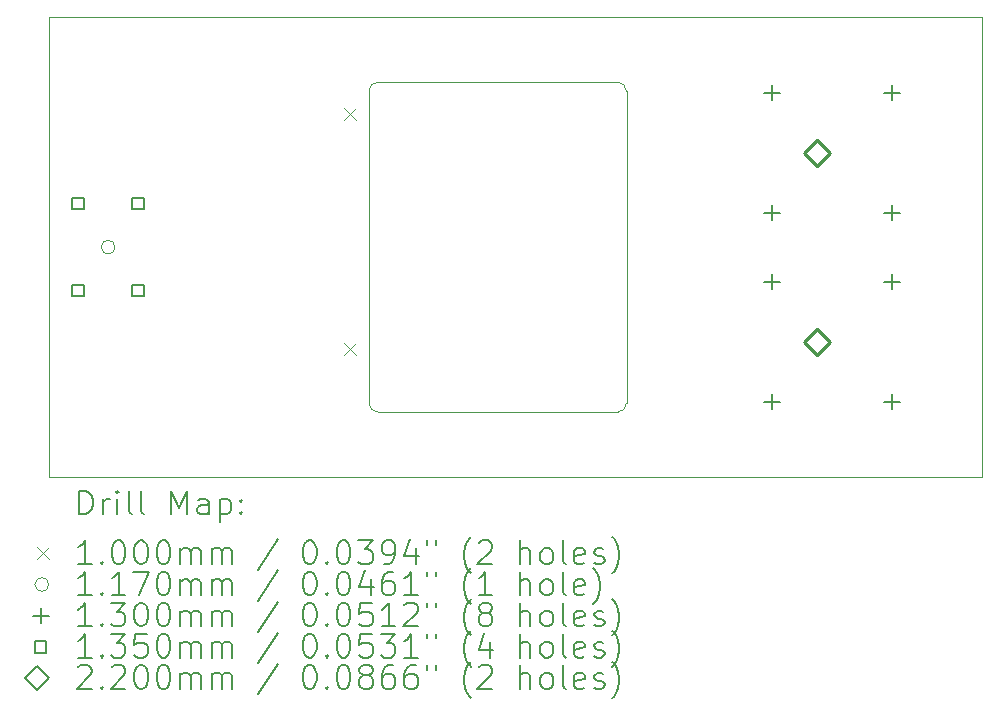
<source format=gbr>
%TF.GenerationSoftware,KiCad,Pcbnew,(6.0.9-0)*%
%TF.CreationDate,2023-06-22T13:59:56-04:00*%
%TF.ProjectId,plucker_v03,706c7563-6b65-4725-9f76-30332e6b6963,rev?*%
%TF.SameCoordinates,Original*%
%TF.FileFunction,Drillmap*%
%TF.FilePolarity,Positive*%
%FSLAX45Y45*%
G04 Gerber Fmt 4.5, Leading zero omitted, Abs format (unit mm)*
G04 Created by KiCad (PCBNEW (6.0.9-0)) date 2023-06-22 13:59:56*
%MOMM*%
%LPD*%
G01*
G04 APERTURE LIST*
%ADD10C,0.050000*%
%ADD11C,0.200000*%
%ADD12C,0.100000*%
%ADD13C,0.117000*%
%ADD14C,0.130000*%
%ADD15C,0.135000*%
%ADD16C,0.220000*%
G04 APERTURE END LIST*
D10*
X13363481Y-11887200D02*
X15392400Y-11887200D01*
X13287281Y-9169400D02*
X13287281Y-11811000D01*
X15392400Y-9093200D02*
X13363481Y-9093200D01*
X15468600Y-11811000D02*
X15468600Y-9169400D01*
X15392400Y-11887200D02*
G75*
G03*
X15468600Y-11811000I0J76200D01*
G01*
X13287281Y-11811000D02*
G75*
G03*
X13363481Y-11887200I76200J0D01*
G01*
X13363481Y-9093200D02*
G75*
G03*
X13287281Y-9169400I0J-76200D01*
G01*
X15468600Y-9169400D02*
G75*
G03*
X15392400Y-9093200I-76200J0D01*
G01*
X10579600Y-12440200D02*
X18479600Y-12440200D01*
X10579600Y-8540200D02*
X10579600Y-12440200D01*
X10579600Y-8540200D02*
X18479600Y-8540200D01*
X18479600Y-8540200D02*
X18479600Y-12440200D01*
D11*
D12*
X13079600Y-9315200D02*
X13179600Y-9415200D01*
X13179600Y-9315200D02*
X13079600Y-9415200D01*
X13079600Y-11303800D02*
X13179600Y-11403800D01*
X13179600Y-11303800D02*
X13079600Y-11403800D01*
D13*
X11138100Y-10490200D02*
G75*
G03*
X11138100Y-10490200I-58500J0D01*
G01*
D14*
X16699600Y-9117200D02*
X16699600Y-9247200D01*
X16634600Y-9182200D02*
X16764600Y-9182200D01*
X16699600Y-10133200D02*
X16699600Y-10263200D01*
X16634600Y-10198200D02*
X16764600Y-10198200D01*
X16699600Y-10717200D02*
X16699600Y-10847200D01*
X16634600Y-10782200D02*
X16764600Y-10782200D01*
X16699600Y-11733200D02*
X16699600Y-11863200D01*
X16634600Y-11798200D02*
X16764600Y-11798200D01*
X17715600Y-9117200D02*
X17715600Y-9247200D01*
X17650600Y-9182200D02*
X17780600Y-9182200D01*
X17715600Y-10133200D02*
X17715600Y-10263200D01*
X17650600Y-10198200D02*
X17780600Y-10198200D01*
X17715600Y-10717200D02*
X17715600Y-10847200D01*
X17650600Y-10782200D02*
X17780600Y-10782200D01*
X17715600Y-11733200D02*
X17715600Y-11863200D01*
X17650600Y-11798200D02*
X17780600Y-11798200D01*
D15*
X10873330Y-10167930D02*
X10873330Y-10072470D01*
X10777870Y-10072470D01*
X10777870Y-10167930D01*
X10873330Y-10167930D01*
X10873330Y-10907930D02*
X10873330Y-10812470D01*
X10777870Y-10812470D01*
X10777870Y-10907930D01*
X10873330Y-10907930D01*
X11381330Y-10167930D02*
X11381330Y-10072470D01*
X11285870Y-10072470D01*
X11285870Y-10167930D01*
X11381330Y-10167930D01*
X11381330Y-10907930D02*
X11381330Y-10812470D01*
X11285870Y-10812470D01*
X11285870Y-10907930D01*
X11381330Y-10907930D01*
D16*
X17079600Y-9800200D02*
X17189600Y-9690200D01*
X17079600Y-9580200D01*
X16969600Y-9690200D01*
X17079600Y-9800200D01*
X17079600Y-11400200D02*
X17189600Y-11290200D01*
X17079600Y-11180200D01*
X16969600Y-11290200D01*
X17079600Y-11400200D01*
D11*
X10834719Y-12753176D02*
X10834719Y-12553176D01*
X10882338Y-12553176D01*
X10910910Y-12562700D01*
X10929957Y-12581748D01*
X10939481Y-12600795D01*
X10949005Y-12638890D01*
X10949005Y-12667462D01*
X10939481Y-12705557D01*
X10929957Y-12724605D01*
X10910910Y-12743652D01*
X10882338Y-12753176D01*
X10834719Y-12753176D01*
X11034719Y-12753176D02*
X11034719Y-12619843D01*
X11034719Y-12657938D02*
X11044243Y-12638890D01*
X11053767Y-12629367D01*
X11072814Y-12619843D01*
X11091862Y-12619843D01*
X11158529Y-12753176D02*
X11158529Y-12619843D01*
X11158529Y-12553176D02*
X11149005Y-12562700D01*
X11158529Y-12572224D01*
X11168052Y-12562700D01*
X11158529Y-12553176D01*
X11158529Y-12572224D01*
X11282338Y-12753176D02*
X11263290Y-12743652D01*
X11253767Y-12724605D01*
X11253767Y-12553176D01*
X11387100Y-12753176D02*
X11368052Y-12743652D01*
X11358528Y-12724605D01*
X11358528Y-12553176D01*
X11615671Y-12753176D02*
X11615671Y-12553176D01*
X11682338Y-12696033D01*
X11749005Y-12553176D01*
X11749005Y-12753176D01*
X11929957Y-12753176D02*
X11929957Y-12648414D01*
X11920433Y-12629367D01*
X11901386Y-12619843D01*
X11863290Y-12619843D01*
X11844243Y-12629367D01*
X11929957Y-12743652D02*
X11910909Y-12753176D01*
X11863290Y-12753176D01*
X11844243Y-12743652D01*
X11834719Y-12724605D01*
X11834719Y-12705557D01*
X11844243Y-12686509D01*
X11863290Y-12676986D01*
X11910909Y-12676986D01*
X11929957Y-12667462D01*
X12025195Y-12619843D02*
X12025195Y-12819843D01*
X12025195Y-12629367D02*
X12044243Y-12619843D01*
X12082338Y-12619843D01*
X12101386Y-12629367D01*
X12110909Y-12638890D01*
X12120433Y-12657938D01*
X12120433Y-12715081D01*
X12110909Y-12734128D01*
X12101386Y-12743652D01*
X12082338Y-12753176D01*
X12044243Y-12753176D01*
X12025195Y-12743652D01*
X12206148Y-12734128D02*
X12215671Y-12743652D01*
X12206148Y-12753176D01*
X12196624Y-12743652D01*
X12206148Y-12734128D01*
X12206148Y-12753176D01*
X12206148Y-12629367D02*
X12215671Y-12638890D01*
X12206148Y-12648414D01*
X12196624Y-12638890D01*
X12206148Y-12629367D01*
X12206148Y-12648414D01*
D12*
X10477100Y-13032700D02*
X10577100Y-13132700D01*
X10577100Y-13032700D02*
X10477100Y-13132700D01*
D11*
X10939481Y-13173176D02*
X10825195Y-13173176D01*
X10882338Y-13173176D02*
X10882338Y-12973176D01*
X10863290Y-13001748D01*
X10844243Y-13020795D01*
X10825195Y-13030319D01*
X11025195Y-13154128D02*
X11034719Y-13163652D01*
X11025195Y-13173176D01*
X11015671Y-13163652D01*
X11025195Y-13154128D01*
X11025195Y-13173176D01*
X11158529Y-12973176D02*
X11177576Y-12973176D01*
X11196624Y-12982700D01*
X11206148Y-12992224D01*
X11215671Y-13011271D01*
X11225195Y-13049367D01*
X11225195Y-13096986D01*
X11215671Y-13135081D01*
X11206148Y-13154128D01*
X11196624Y-13163652D01*
X11177576Y-13173176D01*
X11158529Y-13173176D01*
X11139481Y-13163652D01*
X11129957Y-13154128D01*
X11120433Y-13135081D01*
X11110910Y-13096986D01*
X11110910Y-13049367D01*
X11120433Y-13011271D01*
X11129957Y-12992224D01*
X11139481Y-12982700D01*
X11158529Y-12973176D01*
X11349005Y-12973176D02*
X11368052Y-12973176D01*
X11387100Y-12982700D01*
X11396624Y-12992224D01*
X11406148Y-13011271D01*
X11415671Y-13049367D01*
X11415671Y-13096986D01*
X11406148Y-13135081D01*
X11396624Y-13154128D01*
X11387100Y-13163652D01*
X11368052Y-13173176D01*
X11349005Y-13173176D01*
X11329957Y-13163652D01*
X11320433Y-13154128D01*
X11310909Y-13135081D01*
X11301386Y-13096986D01*
X11301386Y-13049367D01*
X11310909Y-13011271D01*
X11320433Y-12992224D01*
X11329957Y-12982700D01*
X11349005Y-12973176D01*
X11539481Y-12973176D02*
X11558528Y-12973176D01*
X11577576Y-12982700D01*
X11587100Y-12992224D01*
X11596624Y-13011271D01*
X11606148Y-13049367D01*
X11606148Y-13096986D01*
X11596624Y-13135081D01*
X11587100Y-13154128D01*
X11577576Y-13163652D01*
X11558528Y-13173176D01*
X11539481Y-13173176D01*
X11520433Y-13163652D01*
X11510909Y-13154128D01*
X11501386Y-13135081D01*
X11491862Y-13096986D01*
X11491862Y-13049367D01*
X11501386Y-13011271D01*
X11510909Y-12992224D01*
X11520433Y-12982700D01*
X11539481Y-12973176D01*
X11691862Y-13173176D02*
X11691862Y-13039843D01*
X11691862Y-13058890D02*
X11701386Y-13049367D01*
X11720433Y-13039843D01*
X11749005Y-13039843D01*
X11768052Y-13049367D01*
X11777576Y-13068414D01*
X11777576Y-13173176D01*
X11777576Y-13068414D02*
X11787100Y-13049367D01*
X11806148Y-13039843D01*
X11834719Y-13039843D01*
X11853767Y-13049367D01*
X11863290Y-13068414D01*
X11863290Y-13173176D01*
X11958528Y-13173176D02*
X11958528Y-13039843D01*
X11958528Y-13058890D02*
X11968052Y-13049367D01*
X11987100Y-13039843D01*
X12015671Y-13039843D01*
X12034719Y-13049367D01*
X12044243Y-13068414D01*
X12044243Y-13173176D01*
X12044243Y-13068414D02*
X12053767Y-13049367D01*
X12072814Y-13039843D01*
X12101386Y-13039843D01*
X12120433Y-13049367D01*
X12129957Y-13068414D01*
X12129957Y-13173176D01*
X12520433Y-12963652D02*
X12349005Y-13220795D01*
X12777576Y-12973176D02*
X12796624Y-12973176D01*
X12815671Y-12982700D01*
X12825195Y-12992224D01*
X12834719Y-13011271D01*
X12844243Y-13049367D01*
X12844243Y-13096986D01*
X12834719Y-13135081D01*
X12825195Y-13154128D01*
X12815671Y-13163652D01*
X12796624Y-13173176D01*
X12777576Y-13173176D01*
X12758528Y-13163652D01*
X12749005Y-13154128D01*
X12739481Y-13135081D01*
X12729957Y-13096986D01*
X12729957Y-13049367D01*
X12739481Y-13011271D01*
X12749005Y-12992224D01*
X12758528Y-12982700D01*
X12777576Y-12973176D01*
X12929957Y-13154128D02*
X12939481Y-13163652D01*
X12929957Y-13173176D01*
X12920433Y-13163652D01*
X12929957Y-13154128D01*
X12929957Y-13173176D01*
X13063290Y-12973176D02*
X13082338Y-12973176D01*
X13101386Y-12982700D01*
X13110909Y-12992224D01*
X13120433Y-13011271D01*
X13129957Y-13049367D01*
X13129957Y-13096986D01*
X13120433Y-13135081D01*
X13110909Y-13154128D01*
X13101386Y-13163652D01*
X13082338Y-13173176D01*
X13063290Y-13173176D01*
X13044243Y-13163652D01*
X13034719Y-13154128D01*
X13025195Y-13135081D01*
X13015671Y-13096986D01*
X13015671Y-13049367D01*
X13025195Y-13011271D01*
X13034719Y-12992224D01*
X13044243Y-12982700D01*
X13063290Y-12973176D01*
X13196624Y-12973176D02*
X13320433Y-12973176D01*
X13253767Y-13049367D01*
X13282338Y-13049367D01*
X13301386Y-13058890D01*
X13310909Y-13068414D01*
X13320433Y-13087462D01*
X13320433Y-13135081D01*
X13310909Y-13154128D01*
X13301386Y-13163652D01*
X13282338Y-13173176D01*
X13225195Y-13173176D01*
X13206148Y-13163652D01*
X13196624Y-13154128D01*
X13415671Y-13173176D02*
X13453767Y-13173176D01*
X13472814Y-13163652D01*
X13482338Y-13154128D01*
X13501386Y-13125557D01*
X13510909Y-13087462D01*
X13510909Y-13011271D01*
X13501386Y-12992224D01*
X13491862Y-12982700D01*
X13472814Y-12973176D01*
X13434719Y-12973176D01*
X13415671Y-12982700D01*
X13406148Y-12992224D01*
X13396624Y-13011271D01*
X13396624Y-13058890D01*
X13406148Y-13077938D01*
X13415671Y-13087462D01*
X13434719Y-13096986D01*
X13472814Y-13096986D01*
X13491862Y-13087462D01*
X13501386Y-13077938D01*
X13510909Y-13058890D01*
X13682338Y-13039843D02*
X13682338Y-13173176D01*
X13634719Y-12963652D02*
X13587100Y-13106509D01*
X13710909Y-13106509D01*
X13777576Y-12973176D02*
X13777576Y-13011271D01*
X13853767Y-12973176D02*
X13853767Y-13011271D01*
X14149005Y-13249367D02*
X14139481Y-13239843D01*
X14120433Y-13211271D01*
X14110909Y-13192224D01*
X14101386Y-13163652D01*
X14091862Y-13116033D01*
X14091862Y-13077938D01*
X14101386Y-13030319D01*
X14110909Y-13001748D01*
X14120433Y-12982700D01*
X14139481Y-12954128D01*
X14149005Y-12944605D01*
X14215671Y-12992224D02*
X14225195Y-12982700D01*
X14244243Y-12973176D01*
X14291862Y-12973176D01*
X14310909Y-12982700D01*
X14320433Y-12992224D01*
X14329957Y-13011271D01*
X14329957Y-13030319D01*
X14320433Y-13058890D01*
X14206148Y-13173176D01*
X14329957Y-13173176D01*
X14568052Y-13173176D02*
X14568052Y-12973176D01*
X14653767Y-13173176D02*
X14653767Y-13068414D01*
X14644243Y-13049367D01*
X14625195Y-13039843D01*
X14596624Y-13039843D01*
X14577576Y-13049367D01*
X14568052Y-13058890D01*
X14777576Y-13173176D02*
X14758528Y-13163652D01*
X14749005Y-13154128D01*
X14739481Y-13135081D01*
X14739481Y-13077938D01*
X14749005Y-13058890D01*
X14758528Y-13049367D01*
X14777576Y-13039843D01*
X14806148Y-13039843D01*
X14825195Y-13049367D01*
X14834719Y-13058890D01*
X14844243Y-13077938D01*
X14844243Y-13135081D01*
X14834719Y-13154128D01*
X14825195Y-13163652D01*
X14806148Y-13173176D01*
X14777576Y-13173176D01*
X14958528Y-13173176D02*
X14939481Y-13163652D01*
X14929957Y-13144605D01*
X14929957Y-12973176D01*
X15110909Y-13163652D02*
X15091862Y-13173176D01*
X15053767Y-13173176D01*
X15034719Y-13163652D01*
X15025195Y-13144605D01*
X15025195Y-13068414D01*
X15034719Y-13049367D01*
X15053767Y-13039843D01*
X15091862Y-13039843D01*
X15110909Y-13049367D01*
X15120433Y-13068414D01*
X15120433Y-13087462D01*
X15025195Y-13106509D01*
X15196624Y-13163652D02*
X15215671Y-13173176D01*
X15253767Y-13173176D01*
X15272814Y-13163652D01*
X15282338Y-13144605D01*
X15282338Y-13135081D01*
X15272814Y-13116033D01*
X15253767Y-13106509D01*
X15225195Y-13106509D01*
X15206148Y-13096986D01*
X15196624Y-13077938D01*
X15196624Y-13068414D01*
X15206148Y-13049367D01*
X15225195Y-13039843D01*
X15253767Y-13039843D01*
X15272814Y-13049367D01*
X15349005Y-13249367D02*
X15358528Y-13239843D01*
X15377576Y-13211271D01*
X15387100Y-13192224D01*
X15396624Y-13163652D01*
X15406148Y-13116033D01*
X15406148Y-13077938D01*
X15396624Y-13030319D01*
X15387100Y-13001748D01*
X15377576Y-12982700D01*
X15358528Y-12954128D01*
X15349005Y-12944605D01*
D13*
X10577100Y-13346700D02*
G75*
G03*
X10577100Y-13346700I-58500J0D01*
G01*
D11*
X10939481Y-13437176D02*
X10825195Y-13437176D01*
X10882338Y-13437176D02*
X10882338Y-13237176D01*
X10863290Y-13265748D01*
X10844243Y-13284795D01*
X10825195Y-13294319D01*
X11025195Y-13418128D02*
X11034719Y-13427652D01*
X11025195Y-13437176D01*
X11015671Y-13427652D01*
X11025195Y-13418128D01*
X11025195Y-13437176D01*
X11225195Y-13437176D02*
X11110910Y-13437176D01*
X11168052Y-13437176D02*
X11168052Y-13237176D01*
X11149005Y-13265748D01*
X11129957Y-13284795D01*
X11110910Y-13294319D01*
X11291862Y-13237176D02*
X11425195Y-13237176D01*
X11339481Y-13437176D01*
X11539481Y-13237176D02*
X11558528Y-13237176D01*
X11577576Y-13246700D01*
X11587100Y-13256224D01*
X11596624Y-13275271D01*
X11606148Y-13313367D01*
X11606148Y-13360986D01*
X11596624Y-13399081D01*
X11587100Y-13418128D01*
X11577576Y-13427652D01*
X11558528Y-13437176D01*
X11539481Y-13437176D01*
X11520433Y-13427652D01*
X11510909Y-13418128D01*
X11501386Y-13399081D01*
X11491862Y-13360986D01*
X11491862Y-13313367D01*
X11501386Y-13275271D01*
X11510909Y-13256224D01*
X11520433Y-13246700D01*
X11539481Y-13237176D01*
X11691862Y-13437176D02*
X11691862Y-13303843D01*
X11691862Y-13322890D02*
X11701386Y-13313367D01*
X11720433Y-13303843D01*
X11749005Y-13303843D01*
X11768052Y-13313367D01*
X11777576Y-13332414D01*
X11777576Y-13437176D01*
X11777576Y-13332414D02*
X11787100Y-13313367D01*
X11806148Y-13303843D01*
X11834719Y-13303843D01*
X11853767Y-13313367D01*
X11863290Y-13332414D01*
X11863290Y-13437176D01*
X11958528Y-13437176D02*
X11958528Y-13303843D01*
X11958528Y-13322890D02*
X11968052Y-13313367D01*
X11987100Y-13303843D01*
X12015671Y-13303843D01*
X12034719Y-13313367D01*
X12044243Y-13332414D01*
X12044243Y-13437176D01*
X12044243Y-13332414D02*
X12053767Y-13313367D01*
X12072814Y-13303843D01*
X12101386Y-13303843D01*
X12120433Y-13313367D01*
X12129957Y-13332414D01*
X12129957Y-13437176D01*
X12520433Y-13227652D02*
X12349005Y-13484795D01*
X12777576Y-13237176D02*
X12796624Y-13237176D01*
X12815671Y-13246700D01*
X12825195Y-13256224D01*
X12834719Y-13275271D01*
X12844243Y-13313367D01*
X12844243Y-13360986D01*
X12834719Y-13399081D01*
X12825195Y-13418128D01*
X12815671Y-13427652D01*
X12796624Y-13437176D01*
X12777576Y-13437176D01*
X12758528Y-13427652D01*
X12749005Y-13418128D01*
X12739481Y-13399081D01*
X12729957Y-13360986D01*
X12729957Y-13313367D01*
X12739481Y-13275271D01*
X12749005Y-13256224D01*
X12758528Y-13246700D01*
X12777576Y-13237176D01*
X12929957Y-13418128D02*
X12939481Y-13427652D01*
X12929957Y-13437176D01*
X12920433Y-13427652D01*
X12929957Y-13418128D01*
X12929957Y-13437176D01*
X13063290Y-13237176D02*
X13082338Y-13237176D01*
X13101386Y-13246700D01*
X13110909Y-13256224D01*
X13120433Y-13275271D01*
X13129957Y-13313367D01*
X13129957Y-13360986D01*
X13120433Y-13399081D01*
X13110909Y-13418128D01*
X13101386Y-13427652D01*
X13082338Y-13437176D01*
X13063290Y-13437176D01*
X13044243Y-13427652D01*
X13034719Y-13418128D01*
X13025195Y-13399081D01*
X13015671Y-13360986D01*
X13015671Y-13313367D01*
X13025195Y-13275271D01*
X13034719Y-13256224D01*
X13044243Y-13246700D01*
X13063290Y-13237176D01*
X13301386Y-13303843D02*
X13301386Y-13437176D01*
X13253767Y-13227652D02*
X13206148Y-13370509D01*
X13329957Y-13370509D01*
X13491862Y-13237176D02*
X13453767Y-13237176D01*
X13434719Y-13246700D01*
X13425195Y-13256224D01*
X13406148Y-13284795D01*
X13396624Y-13322890D01*
X13396624Y-13399081D01*
X13406148Y-13418128D01*
X13415671Y-13427652D01*
X13434719Y-13437176D01*
X13472814Y-13437176D01*
X13491862Y-13427652D01*
X13501386Y-13418128D01*
X13510909Y-13399081D01*
X13510909Y-13351462D01*
X13501386Y-13332414D01*
X13491862Y-13322890D01*
X13472814Y-13313367D01*
X13434719Y-13313367D01*
X13415671Y-13322890D01*
X13406148Y-13332414D01*
X13396624Y-13351462D01*
X13701386Y-13437176D02*
X13587100Y-13437176D01*
X13644243Y-13437176D02*
X13644243Y-13237176D01*
X13625195Y-13265748D01*
X13606148Y-13284795D01*
X13587100Y-13294319D01*
X13777576Y-13237176D02*
X13777576Y-13275271D01*
X13853767Y-13237176D02*
X13853767Y-13275271D01*
X14149005Y-13513367D02*
X14139481Y-13503843D01*
X14120433Y-13475271D01*
X14110909Y-13456224D01*
X14101386Y-13427652D01*
X14091862Y-13380033D01*
X14091862Y-13341938D01*
X14101386Y-13294319D01*
X14110909Y-13265748D01*
X14120433Y-13246700D01*
X14139481Y-13218128D01*
X14149005Y-13208605D01*
X14329957Y-13437176D02*
X14215671Y-13437176D01*
X14272814Y-13437176D02*
X14272814Y-13237176D01*
X14253767Y-13265748D01*
X14234719Y-13284795D01*
X14215671Y-13294319D01*
X14568052Y-13437176D02*
X14568052Y-13237176D01*
X14653767Y-13437176D02*
X14653767Y-13332414D01*
X14644243Y-13313367D01*
X14625195Y-13303843D01*
X14596624Y-13303843D01*
X14577576Y-13313367D01*
X14568052Y-13322890D01*
X14777576Y-13437176D02*
X14758528Y-13427652D01*
X14749005Y-13418128D01*
X14739481Y-13399081D01*
X14739481Y-13341938D01*
X14749005Y-13322890D01*
X14758528Y-13313367D01*
X14777576Y-13303843D01*
X14806148Y-13303843D01*
X14825195Y-13313367D01*
X14834719Y-13322890D01*
X14844243Y-13341938D01*
X14844243Y-13399081D01*
X14834719Y-13418128D01*
X14825195Y-13427652D01*
X14806148Y-13437176D01*
X14777576Y-13437176D01*
X14958528Y-13437176D02*
X14939481Y-13427652D01*
X14929957Y-13408605D01*
X14929957Y-13237176D01*
X15110909Y-13427652D02*
X15091862Y-13437176D01*
X15053767Y-13437176D01*
X15034719Y-13427652D01*
X15025195Y-13408605D01*
X15025195Y-13332414D01*
X15034719Y-13313367D01*
X15053767Y-13303843D01*
X15091862Y-13303843D01*
X15110909Y-13313367D01*
X15120433Y-13332414D01*
X15120433Y-13351462D01*
X15025195Y-13370509D01*
X15187100Y-13513367D02*
X15196624Y-13503843D01*
X15215671Y-13475271D01*
X15225195Y-13456224D01*
X15234719Y-13427652D01*
X15244243Y-13380033D01*
X15244243Y-13341938D01*
X15234719Y-13294319D01*
X15225195Y-13265748D01*
X15215671Y-13246700D01*
X15196624Y-13218128D01*
X15187100Y-13208605D01*
D14*
X10512100Y-13545700D02*
X10512100Y-13675700D01*
X10447100Y-13610700D02*
X10577100Y-13610700D01*
D11*
X10939481Y-13701176D02*
X10825195Y-13701176D01*
X10882338Y-13701176D02*
X10882338Y-13501176D01*
X10863290Y-13529748D01*
X10844243Y-13548795D01*
X10825195Y-13558319D01*
X11025195Y-13682128D02*
X11034719Y-13691652D01*
X11025195Y-13701176D01*
X11015671Y-13691652D01*
X11025195Y-13682128D01*
X11025195Y-13701176D01*
X11101386Y-13501176D02*
X11225195Y-13501176D01*
X11158529Y-13577367D01*
X11187100Y-13577367D01*
X11206148Y-13586890D01*
X11215671Y-13596414D01*
X11225195Y-13615462D01*
X11225195Y-13663081D01*
X11215671Y-13682128D01*
X11206148Y-13691652D01*
X11187100Y-13701176D01*
X11129957Y-13701176D01*
X11110910Y-13691652D01*
X11101386Y-13682128D01*
X11349005Y-13501176D02*
X11368052Y-13501176D01*
X11387100Y-13510700D01*
X11396624Y-13520224D01*
X11406148Y-13539271D01*
X11415671Y-13577367D01*
X11415671Y-13624986D01*
X11406148Y-13663081D01*
X11396624Y-13682128D01*
X11387100Y-13691652D01*
X11368052Y-13701176D01*
X11349005Y-13701176D01*
X11329957Y-13691652D01*
X11320433Y-13682128D01*
X11310909Y-13663081D01*
X11301386Y-13624986D01*
X11301386Y-13577367D01*
X11310909Y-13539271D01*
X11320433Y-13520224D01*
X11329957Y-13510700D01*
X11349005Y-13501176D01*
X11539481Y-13501176D02*
X11558528Y-13501176D01*
X11577576Y-13510700D01*
X11587100Y-13520224D01*
X11596624Y-13539271D01*
X11606148Y-13577367D01*
X11606148Y-13624986D01*
X11596624Y-13663081D01*
X11587100Y-13682128D01*
X11577576Y-13691652D01*
X11558528Y-13701176D01*
X11539481Y-13701176D01*
X11520433Y-13691652D01*
X11510909Y-13682128D01*
X11501386Y-13663081D01*
X11491862Y-13624986D01*
X11491862Y-13577367D01*
X11501386Y-13539271D01*
X11510909Y-13520224D01*
X11520433Y-13510700D01*
X11539481Y-13501176D01*
X11691862Y-13701176D02*
X11691862Y-13567843D01*
X11691862Y-13586890D02*
X11701386Y-13577367D01*
X11720433Y-13567843D01*
X11749005Y-13567843D01*
X11768052Y-13577367D01*
X11777576Y-13596414D01*
X11777576Y-13701176D01*
X11777576Y-13596414D02*
X11787100Y-13577367D01*
X11806148Y-13567843D01*
X11834719Y-13567843D01*
X11853767Y-13577367D01*
X11863290Y-13596414D01*
X11863290Y-13701176D01*
X11958528Y-13701176D02*
X11958528Y-13567843D01*
X11958528Y-13586890D02*
X11968052Y-13577367D01*
X11987100Y-13567843D01*
X12015671Y-13567843D01*
X12034719Y-13577367D01*
X12044243Y-13596414D01*
X12044243Y-13701176D01*
X12044243Y-13596414D02*
X12053767Y-13577367D01*
X12072814Y-13567843D01*
X12101386Y-13567843D01*
X12120433Y-13577367D01*
X12129957Y-13596414D01*
X12129957Y-13701176D01*
X12520433Y-13491652D02*
X12349005Y-13748795D01*
X12777576Y-13501176D02*
X12796624Y-13501176D01*
X12815671Y-13510700D01*
X12825195Y-13520224D01*
X12834719Y-13539271D01*
X12844243Y-13577367D01*
X12844243Y-13624986D01*
X12834719Y-13663081D01*
X12825195Y-13682128D01*
X12815671Y-13691652D01*
X12796624Y-13701176D01*
X12777576Y-13701176D01*
X12758528Y-13691652D01*
X12749005Y-13682128D01*
X12739481Y-13663081D01*
X12729957Y-13624986D01*
X12729957Y-13577367D01*
X12739481Y-13539271D01*
X12749005Y-13520224D01*
X12758528Y-13510700D01*
X12777576Y-13501176D01*
X12929957Y-13682128D02*
X12939481Y-13691652D01*
X12929957Y-13701176D01*
X12920433Y-13691652D01*
X12929957Y-13682128D01*
X12929957Y-13701176D01*
X13063290Y-13501176D02*
X13082338Y-13501176D01*
X13101386Y-13510700D01*
X13110909Y-13520224D01*
X13120433Y-13539271D01*
X13129957Y-13577367D01*
X13129957Y-13624986D01*
X13120433Y-13663081D01*
X13110909Y-13682128D01*
X13101386Y-13691652D01*
X13082338Y-13701176D01*
X13063290Y-13701176D01*
X13044243Y-13691652D01*
X13034719Y-13682128D01*
X13025195Y-13663081D01*
X13015671Y-13624986D01*
X13015671Y-13577367D01*
X13025195Y-13539271D01*
X13034719Y-13520224D01*
X13044243Y-13510700D01*
X13063290Y-13501176D01*
X13310909Y-13501176D02*
X13215671Y-13501176D01*
X13206148Y-13596414D01*
X13215671Y-13586890D01*
X13234719Y-13577367D01*
X13282338Y-13577367D01*
X13301386Y-13586890D01*
X13310909Y-13596414D01*
X13320433Y-13615462D01*
X13320433Y-13663081D01*
X13310909Y-13682128D01*
X13301386Y-13691652D01*
X13282338Y-13701176D01*
X13234719Y-13701176D01*
X13215671Y-13691652D01*
X13206148Y-13682128D01*
X13510909Y-13701176D02*
X13396624Y-13701176D01*
X13453767Y-13701176D02*
X13453767Y-13501176D01*
X13434719Y-13529748D01*
X13415671Y-13548795D01*
X13396624Y-13558319D01*
X13587100Y-13520224D02*
X13596624Y-13510700D01*
X13615671Y-13501176D01*
X13663290Y-13501176D01*
X13682338Y-13510700D01*
X13691862Y-13520224D01*
X13701386Y-13539271D01*
X13701386Y-13558319D01*
X13691862Y-13586890D01*
X13577576Y-13701176D01*
X13701386Y-13701176D01*
X13777576Y-13501176D02*
X13777576Y-13539271D01*
X13853767Y-13501176D02*
X13853767Y-13539271D01*
X14149005Y-13777367D02*
X14139481Y-13767843D01*
X14120433Y-13739271D01*
X14110909Y-13720224D01*
X14101386Y-13691652D01*
X14091862Y-13644033D01*
X14091862Y-13605938D01*
X14101386Y-13558319D01*
X14110909Y-13529748D01*
X14120433Y-13510700D01*
X14139481Y-13482128D01*
X14149005Y-13472605D01*
X14253767Y-13586890D02*
X14234719Y-13577367D01*
X14225195Y-13567843D01*
X14215671Y-13548795D01*
X14215671Y-13539271D01*
X14225195Y-13520224D01*
X14234719Y-13510700D01*
X14253767Y-13501176D01*
X14291862Y-13501176D01*
X14310909Y-13510700D01*
X14320433Y-13520224D01*
X14329957Y-13539271D01*
X14329957Y-13548795D01*
X14320433Y-13567843D01*
X14310909Y-13577367D01*
X14291862Y-13586890D01*
X14253767Y-13586890D01*
X14234719Y-13596414D01*
X14225195Y-13605938D01*
X14215671Y-13624986D01*
X14215671Y-13663081D01*
X14225195Y-13682128D01*
X14234719Y-13691652D01*
X14253767Y-13701176D01*
X14291862Y-13701176D01*
X14310909Y-13691652D01*
X14320433Y-13682128D01*
X14329957Y-13663081D01*
X14329957Y-13624986D01*
X14320433Y-13605938D01*
X14310909Y-13596414D01*
X14291862Y-13586890D01*
X14568052Y-13701176D02*
X14568052Y-13501176D01*
X14653767Y-13701176D02*
X14653767Y-13596414D01*
X14644243Y-13577367D01*
X14625195Y-13567843D01*
X14596624Y-13567843D01*
X14577576Y-13577367D01*
X14568052Y-13586890D01*
X14777576Y-13701176D02*
X14758528Y-13691652D01*
X14749005Y-13682128D01*
X14739481Y-13663081D01*
X14739481Y-13605938D01*
X14749005Y-13586890D01*
X14758528Y-13577367D01*
X14777576Y-13567843D01*
X14806148Y-13567843D01*
X14825195Y-13577367D01*
X14834719Y-13586890D01*
X14844243Y-13605938D01*
X14844243Y-13663081D01*
X14834719Y-13682128D01*
X14825195Y-13691652D01*
X14806148Y-13701176D01*
X14777576Y-13701176D01*
X14958528Y-13701176D02*
X14939481Y-13691652D01*
X14929957Y-13672605D01*
X14929957Y-13501176D01*
X15110909Y-13691652D02*
X15091862Y-13701176D01*
X15053767Y-13701176D01*
X15034719Y-13691652D01*
X15025195Y-13672605D01*
X15025195Y-13596414D01*
X15034719Y-13577367D01*
X15053767Y-13567843D01*
X15091862Y-13567843D01*
X15110909Y-13577367D01*
X15120433Y-13596414D01*
X15120433Y-13615462D01*
X15025195Y-13634509D01*
X15196624Y-13691652D02*
X15215671Y-13701176D01*
X15253767Y-13701176D01*
X15272814Y-13691652D01*
X15282338Y-13672605D01*
X15282338Y-13663081D01*
X15272814Y-13644033D01*
X15253767Y-13634509D01*
X15225195Y-13634509D01*
X15206148Y-13624986D01*
X15196624Y-13605938D01*
X15196624Y-13596414D01*
X15206148Y-13577367D01*
X15225195Y-13567843D01*
X15253767Y-13567843D01*
X15272814Y-13577367D01*
X15349005Y-13777367D02*
X15358528Y-13767843D01*
X15377576Y-13739271D01*
X15387100Y-13720224D01*
X15396624Y-13691652D01*
X15406148Y-13644033D01*
X15406148Y-13605938D01*
X15396624Y-13558319D01*
X15387100Y-13529748D01*
X15377576Y-13510700D01*
X15358528Y-13482128D01*
X15349005Y-13472605D01*
D15*
X10557330Y-13922430D02*
X10557330Y-13826970D01*
X10461870Y-13826970D01*
X10461870Y-13922430D01*
X10557330Y-13922430D01*
D11*
X10939481Y-13965176D02*
X10825195Y-13965176D01*
X10882338Y-13965176D02*
X10882338Y-13765176D01*
X10863290Y-13793748D01*
X10844243Y-13812795D01*
X10825195Y-13822319D01*
X11025195Y-13946128D02*
X11034719Y-13955652D01*
X11025195Y-13965176D01*
X11015671Y-13955652D01*
X11025195Y-13946128D01*
X11025195Y-13965176D01*
X11101386Y-13765176D02*
X11225195Y-13765176D01*
X11158529Y-13841367D01*
X11187100Y-13841367D01*
X11206148Y-13850890D01*
X11215671Y-13860414D01*
X11225195Y-13879462D01*
X11225195Y-13927081D01*
X11215671Y-13946128D01*
X11206148Y-13955652D01*
X11187100Y-13965176D01*
X11129957Y-13965176D01*
X11110910Y-13955652D01*
X11101386Y-13946128D01*
X11406148Y-13765176D02*
X11310909Y-13765176D01*
X11301386Y-13860414D01*
X11310909Y-13850890D01*
X11329957Y-13841367D01*
X11377576Y-13841367D01*
X11396624Y-13850890D01*
X11406148Y-13860414D01*
X11415671Y-13879462D01*
X11415671Y-13927081D01*
X11406148Y-13946128D01*
X11396624Y-13955652D01*
X11377576Y-13965176D01*
X11329957Y-13965176D01*
X11310909Y-13955652D01*
X11301386Y-13946128D01*
X11539481Y-13765176D02*
X11558528Y-13765176D01*
X11577576Y-13774700D01*
X11587100Y-13784224D01*
X11596624Y-13803271D01*
X11606148Y-13841367D01*
X11606148Y-13888986D01*
X11596624Y-13927081D01*
X11587100Y-13946128D01*
X11577576Y-13955652D01*
X11558528Y-13965176D01*
X11539481Y-13965176D01*
X11520433Y-13955652D01*
X11510909Y-13946128D01*
X11501386Y-13927081D01*
X11491862Y-13888986D01*
X11491862Y-13841367D01*
X11501386Y-13803271D01*
X11510909Y-13784224D01*
X11520433Y-13774700D01*
X11539481Y-13765176D01*
X11691862Y-13965176D02*
X11691862Y-13831843D01*
X11691862Y-13850890D02*
X11701386Y-13841367D01*
X11720433Y-13831843D01*
X11749005Y-13831843D01*
X11768052Y-13841367D01*
X11777576Y-13860414D01*
X11777576Y-13965176D01*
X11777576Y-13860414D02*
X11787100Y-13841367D01*
X11806148Y-13831843D01*
X11834719Y-13831843D01*
X11853767Y-13841367D01*
X11863290Y-13860414D01*
X11863290Y-13965176D01*
X11958528Y-13965176D02*
X11958528Y-13831843D01*
X11958528Y-13850890D02*
X11968052Y-13841367D01*
X11987100Y-13831843D01*
X12015671Y-13831843D01*
X12034719Y-13841367D01*
X12044243Y-13860414D01*
X12044243Y-13965176D01*
X12044243Y-13860414D02*
X12053767Y-13841367D01*
X12072814Y-13831843D01*
X12101386Y-13831843D01*
X12120433Y-13841367D01*
X12129957Y-13860414D01*
X12129957Y-13965176D01*
X12520433Y-13755652D02*
X12349005Y-14012795D01*
X12777576Y-13765176D02*
X12796624Y-13765176D01*
X12815671Y-13774700D01*
X12825195Y-13784224D01*
X12834719Y-13803271D01*
X12844243Y-13841367D01*
X12844243Y-13888986D01*
X12834719Y-13927081D01*
X12825195Y-13946128D01*
X12815671Y-13955652D01*
X12796624Y-13965176D01*
X12777576Y-13965176D01*
X12758528Y-13955652D01*
X12749005Y-13946128D01*
X12739481Y-13927081D01*
X12729957Y-13888986D01*
X12729957Y-13841367D01*
X12739481Y-13803271D01*
X12749005Y-13784224D01*
X12758528Y-13774700D01*
X12777576Y-13765176D01*
X12929957Y-13946128D02*
X12939481Y-13955652D01*
X12929957Y-13965176D01*
X12920433Y-13955652D01*
X12929957Y-13946128D01*
X12929957Y-13965176D01*
X13063290Y-13765176D02*
X13082338Y-13765176D01*
X13101386Y-13774700D01*
X13110909Y-13784224D01*
X13120433Y-13803271D01*
X13129957Y-13841367D01*
X13129957Y-13888986D01*
X13120433Y-13927081D01*
X13110909Y-13946128D01*
X13101386Y-13955652D01*
X13082338Y-13965176D01*
X13063290Y-13965176D01*
X13044243Y-13955652D01*
X13034719Y-13946128D01*
X13025195Y-13927081D01*
X13015671Y-13888986D01*
X13015671Y-13841367D01*
X13025195Y-13803271D01*
X13034719Y-13784224D01*
X13044243Y-13774700D01*
X13063290Y-13765176D01*
X13310909Y-13765176D02*
X13215671Y-13765176D01*
X13206148Y-13860414D01*
X13215671Y-13850890D01*
X13234719Y-13841367D01*
X13282338Y-13841367D01*
X13301386Y-13850890D01*
X13310909Y-13860414D01*
X13320433Y-13879462D01*
X13320433Y-13927081D01*
X13310909Y-13946128D01*
X13301386Y-13955652D01*
X13282338Y-13965176D01*
X13234719Y-13965176D01*
X13215671Y-13955652D01*
X13206148Y-13946128D01*
X13387100Y-13765176D02*
X13510909Y-13765176D01*
X13444243Y-13841367D01*
X13472814Y-13841367D01*
X13491862Y-13850890D01*
X13501386Y-13860414D01*
X13510909Y-13879462D01*
X13510909Y-13927081D01*
X13501386Y-13946128D01*
X13491862Y-13955652D01*
X13472814Y-13965176D01*
X13415671Y-13965176D01*
X13396624Y-13955652D01*
X13387100Y-13946128D01*
X13701386Y-13965176D02*
X13587100Y-13965176D01*
X13644243Y-13965176D02*
X13644243Y-13765176D01*
X13625195Y-13793748D01*
X13606148Y-13812795D01*
X13587100Y-13822319D01*
X13777576Y-13765176D02*
X13777576Y-13803271D01*
X13853767Y-13765176D02*
X13853767Y-13803271D01*
X14149005Y-14041367D02*
X14139481Y-14031843D01*
X14120433Y-14003271D01*
X14110909Y-13984224D01*
X14101386Y-13955652D01*
X14091862Y-13908033D01*
X14091862Y-13869938D01*
X14101386Y-13822319D01*
X14110909Y-13793748D01*
X14120433Y-13774700D01*
X14139481Y-13746128D01*
X14149005Y-13736605D01*
X14310909Y-13831843D02*
X14310909Y-13965176D01*
X14263290Y-13755652D02*
X14215671Y-13898509D01*
X14339481Y-13898509D01*
X14568052Y-13965176D02*
X14568052Y-13765176D01*
X14653767Y-13965176D02*
X14653767Y-13860414D01*
X14644243Y-13841367D01*
X14625195Y-13831843D01*
X14596624Y-13831843D01*
X14577576Y-13841367D01*
X14568052Y-13850890D01*
X14777576Y-13965176D02*
X14758528Y-13955652D01*
X14749005Y-13946128D01*
X14739481Y-13927081D01*
X14739481Y-13869938D01*
X14749005Y-13850890D01*
X14758528Y-13841367D01*
X14777576Y-13831843D01*
X14806148Y-13831843D01*
X14825195Y-13841367D01*
X14834719Y-13850890D01*
X14844243Y-13869938D01*
X14844243Y-13927081D01*
X14834719Y-13946128D01*
X14825195Y-13955652D01*
X14806148Y-13965176D01*
X14777576Y-13965176D01*
X14958528Y-13965176D02*
X14939481Y-13955652D01*
X14929957Y-13936605D01*
X14929957Y-13765176D01*
X15110909Y-13955652D02*
X15091862Y-13965176D01*
X15053767Y-13965176D01*
X15034719Y-13955652D01*
X15025195Y-13936605D01*
X15025195Y-13860414D01*
X15034719Y-13841367D01*
X15053767Y-13831843D01*
X15091862Y-13831843D01*
X15110909Y-13841367D01*
X15120433Y-13860414D01*
X15120433Y-13879462D01*
X15025195Y-13898509D01*
X15196624Y-13955652D02*
X15215671Y-13965176D01*
X15253767Y-13965176D01*
X15272814Y-13955652D01*
X15282338Y-13936605D01*
X15282338Y-13927081D01*
X15272814Y-13908033D01*
X15253767Y-13898509D01*
X15225195Y-13898509D01*
X15206148Y-13888986D01*
X15196624Y-13869938D01*
X15196624Y-13860414D01*
X15206148Y-13841367D01*
X15225195Y-13831843D01*
X15253767Y-13831843D01*
X15272814Y-13841367D01*
X15349005Y-14041367D02*
X15358528Y-14031843D01*
X15377576Y-14003271D01*
X15387100Y-13984224D01*
X15396624Y-13955652D01*
X15406148Y-13908033D01*
X15406148Y-13869938D01*
X15396624Y-13822319D01*
X15387100Y-13793748D01*
X15377576Y-13774700D01*
X15358528Y-13746128D01*
X15349005Y-13736605D01*
X10477100Y-14238700D02*
X10577100Y-14138700D01*
X10477100Y-14038700D01*
X10377100Y-14138700D01*
X10477100Y-14238700D01*
X10825195Y-14048224D02*
X10834719Y-14038700D01*
X10853767Y-14029176D01*
X10901386Y-14029176D01*
X10920433Y-14038700D01*
X10929957Y-14048224D01*
X10939481Y-14067271D01*
X10939481Y-14086319D01*
X10929957Y-14114890D01*
X10815671Y-14229176D01*
X10939481Y-14229176D01*
X11025195Y-14210128D02*
X11034719Y-14219652D01*
X11025195Y-14229176D01*
X11015671Y-14219652D01*
X11025195Y-14210128D01*
X11025195Y-14229176D01*
X11110910Y-14048224D02*
X11120433Y-14038700D01*
X11139481Y-14029176D01*
X11187100Y-14029176D01*
X11206148Y-14038700D01*
X11215671Y-14048224D01*
X11225195Y-14067271D01*
X11225195Y-14086319D01*
X11215671Y-14114890D01*
X11101386Y-14229176D01*
X11225195Y-14229176D01*
X11349005Y-14029176D02*
X11368052Y-14029176D01*
X11387100Y-14038700D01*
X11396624Y-14048224D01*
X11406148Y-14067271D01*
X11415671Y-14105367D01*
X11415671Y-14152986D01*
X11406148Y-14191081D01*
X11396624Y-14210128D01*
X11387100Y-14219652D01*
X11368052Y-14229176D01*
X11349005Y-14229176D01*
X11329957Y-14219652D01*
X11320433Y-14210128D01*
X11310909Y-14191081D01*
X11301386Y-14152986D01*
X11301386Y-14105367D01*
X11310909Y-14067271D01*
X11320433Y-14048224D01*
X11329957Y-14038700D01*
X11349005Y-14029176D01*
X11539481Y-14029176D02*
X11558528Y-14029176D01*
X11577576Y-14038700D01*
X11587100Y-14048224D01*
X11596624Y-14067271D01*
X11606148Y-14105367D01*
X11606148Y-14152986D01*
X11596624Y-14191081D01*
X11587100Y-14210128D01*
X11577576Y-14219652D01*
X11558528Y-14229176D01*
X11539481Y-14229176D01*
X11520433Y-14219652D01*
X11510909Y-14210128D01*
X11501386Y-14191081D01*
X11491862Y-14152986D01*
X11491862Y-14105367D01*
X11501386Y-14067271D01*
X11510909Y-14048224D01*
X11520433Y-14038700D01*
X11539481Y-14029176D01*
X11691862Y-14229176D02*
X11691862Y-14095843D01*
X11691862Y-14114890D02*
X11701386Y-14105367D01*
X11720433Y-14095843D01*
X11749005Y-14095843D01*
X11768052Y-14105367D01*
X11777576Y-14124414D01*
X11777576Y-14229176D01*
X11777576Y-14124414D02*
X11787100Y-14105367D01*
X11806148Y-14095843D01*
X11834719Y-14095843D01*
X11853767Y-14105367D01*
X11863290Y-14124414D01*
X11863290Y-14229176D01*
X11958528Y-14229176D02*
X11958528Y-14095843D01*
X11958528Y-14114890D02*
X11968052Y-14105367D01*
X11987100Y-14095843D01*
X12015671Y-14095843D01*
X12034719Y-14105367D01*
X12044243Y-14124414D01*
X12044243Y-14229176D01*
X12044243Y-14124414D02*
X12053767Y-14105367D01*
X12072814Y-14095843D01*
X12101386Y-14095843D01*
X12120433Y-14105367D01*
X12129957Y-14124414D01*
X12129957Y-14229176D01*
X12520433Y-14019652D02*
X12349005Y-14276795D01*
X12777576Y-14029176D02*
X12796624Y-14029176D01*
X12815671Y-14038700D01*
X12825195Y-14048224D01*
X12834719Y-14067271D01*
X12844243Y-14105367D01*
X12844243Y-14152986D01*
X12834719Y-14191081D01*
X12825195Y-14210128D01*
X12815671Y-14219652D01*
X12796624Y-14229176D01*
X12777576Y-14229176D01*
X12758528Y-14219652D01*
X12749005Y-14210128D01*
X12739481Y-14191081D01*
X12729957Y-14152986D01*
X12729957Y-14105367D01*
X12739481Y-14067271D01*
X12749005Y-14048224D01*
X12758528Y-14038700D01*
X12777576Y-14029176D01*
X12929957Y-14210128D02*
X12939481Y-14219652D01*
X12929957Y-14229176D01*
X12920433Y-14219652D01*
X12929957Y-14210128D01*
X12929957Y-14229176D01*
X13063290Y-14029176D02*
X13082338Y-14029176D01*
X13101386Y-14038700D01*
X13110909Y-14048224D01*
X13120433Y-14067271D01*
X13129957Y-14105367D01*
X13129957Y-14152986D01*
X13120433Y-14191081D01*
X13110909Y-14210128D01*
X13101386Y-14219652D01*
X13082338Y-14229176D01*
X13063290Y-14229176D01*
X13044243Y-14219652D01*
X13034719Y-14210128D01*
X13025195Y-14191081D01*
X13015671Y-14152986D01*
X13015671Y-14105367D01*
X13025195Y-14067271D01*
X13034719Y-14048224D01*
X13044243Y-14038700D01*
X13063290Y-14029176D01*
X13244243Y-14114890D02*
X13225195Y-14105367D01*
X13215671Y-14095843D01*
X13206148Y-14076795D01*
X13206148Y-14067271D01*
X13215671Y-14048224D01*
X13225195Y-14038700D01*
X13244243Y-14029176D01*
X13282338Y-14029176D01*
X13301386Y-14038700D01*
X13310909Y-14048224D01*
X13320433Y-14067271D01*
X13320433Y-14076795D01*
X13310909Y-14095843D01*
X13301386Y-14105367D01*
X13282338Y-14114890D01*
X13244243Y-14114890D01*
X13225195Y-14124414D01*
X13215671Y-14133938D01*
X13206148Y-14152986D01*
X13206148Y-14191081D01*
X13215671Y-14210128D01*
X13225195Y-14219652D01*
X13244243Y-14229176D01*
X13282338Y-14229176D01*
X13301386Y-14219652D01*
X13310909Y-14210128D01*
X13320433Y-14191081D01*
X13320433Y-14152986D01*
X13310909Y-14133938D01*
X13301386Y-14124414D01*
X13282338Y-14114890D01*
X13491862Y-14029176D02*
X13453767Y-14029176D01*
X13434719Y-14038700D01*
X13425195Y-14048224D01*
X13406148Y-14076795D01*
X13396624Y-14114890D01*
X13396624Y-14191081D01*
X13406148Y-14210128D01*
X13415671Y-14219652D01*
X13434719Y-14229176D01*
X13472814Y-14229176D01*
X13491862Y-14219652D01*
X13501386Y-14210128D01*
X13510909Y-14191081D01*
X13510909Y-14143462D01*
X13501386Y-14124414D01*
X13491862Y-14114890D01*
X13472814Y-14105367D01*
X13434719Y-14105367D01*
X13415671Y-14114890D01*
X13406148Y-14124414D01*
X13396624Y-14143462D01*
X13682338Y-14029176D02*
X13644243Y-14029176D01*
X13625195Y-14038700D01*
X13615671Y-14048224D01*
X13596624Y-14076795D01*
X13587100Y-14114890D01*
X13587100Y-14191081D01*
X13596624Y-14210128D01*
X13606148Y-14219652D01*
X13625195Y-14229176D01*
X13663290Y-14229176D01*
X13682338Y-14219652D01*
X13691862Y-14210128D01*
X13701386Y-14191081D01*
X13701386Y-14143462D01*
X13691862Y-14124414D01*
X13682338Y-14114890D01*
X13663290Y-14105367D01*
X13625195Y-14105367D01*
X13606148Y-14114890D01*
X13596624Y-14124414D01*
X13587100Y-14143462D01*
X13777576Y-14029176D02*
X13777576Y-14067271D01*
X13853767Y-14029176D02*
X13853767Y-14067271D01*
X14149005Y-14305367D02*
X14139481Y-14295843D01*
X14120433Y-14267271D01*
X14110909Y-14248224D01*
X14101386Y-14219652D01*
X14091862Y-14172033D01*
X14091862Y-14133938D01*
X14101386Y-14086319D01*
X14110909Y-14057748D01*
X14120433Y-14038700D01*
X14139481Y-14010128D01*
X14149005Y-14000605D01*
X14215671Y-14048224D02*
X14225195Y-14038700D01*
X14244243Y-14029176D01*
X14291862Y-14029176D01*
X14310909Y-14038700D01*
X14320433Y-14048224D01*
X14329957Y-14067271D01*
X14329957Y-14086319D01*
X14320433Y-14114890D01*
X14206148Y-14229176D01*
X14329957Y-14229176D01*
X14568052Y-14229176D02*
X14568052Y-14029176D01*
X14653767Y-14229176D02*
X14653767Y-14124414D01*
X14644243Y-14105367D01*
X14625195Y-14095843D01*
X14596624Y-14095843D01*
X14577576Y-14105367D01*
X14568052Y-14114890D01*
X14777576Y-14229176D02*
X14758528Y-14219652D01*
X14749005Y-14210128D01*
X14739481Y-14191081D01*
X14739481Y-14133938D01*
X14749005Y-14114890D01*
X14758528Y-14105367D01*
X14777576Y-14095843D01*
X14806148Y-14095843D01*
X14825195Y-14105367D01*
X14834719Y-14114890D01*
X14844243Y-14133938D01*
X14844243Y-14191081D01*
X14834719Y-14210128D01*
X14825195Y-14219652D01*
X14806148Y-14229176D01*
X14777576Y-14229176D01*
X14958528Y-14229176D02*
X14939481Y-14219652D01*
X14929957Y-14200605D01*
X14929957Y-14029176D01*
X15110909Y-14219652D02*
X15091862Y-14229176D01*
X15053767Y-14229176D01*
X15034719Y-14219652D01*
X15025195Y-14200605D01*
X15025195Y-14124414D01*
X15034719Y-14105367D01*
X15053767Y-14095843D01*
X15091862Y-14095843D01*
X15110909Y-14105367D01*
X15120433Y-14124414D01*
X15120433Y-14143462D01*
X15025195Y-14162509D01*
X15196624Y-14219652D02*
X15215671Y-14229176D01*
X15253767Y-14229176D01*
X15272814Y-14219652D01*
X15282338Y-14200605D01*
X15282338Y-14191081D01*
X15272814Y-14172033D01*
X15253767Y-14162509D01*
X15225195Y-14162509D01*
X15206148Y-14152986D01*
X15196624Y-14133938D01*
X15196624Y-14124414D01*
X15206148Y-14105367D01*
X15225195Y-14095843D01*
X15253767Y-14095843D01*
X15272814Y-14105367D01*
X15349005Y-14305367D02*
X15358528Y-14295843D01*
X15377576Y-14267271D01*
X15387100Y-14248224D01*
X15396624Y-14219652D01*
X15406148Y-14172033D01*
X15406148Y-14133938D01*
X15396624Y-14086319D01*
X15387100Y-14057748D01*
X15377576Y-14038700D01*
X15358528Y-14010128D01*
X15349005Y-14000605D01*
M02*

</source>
